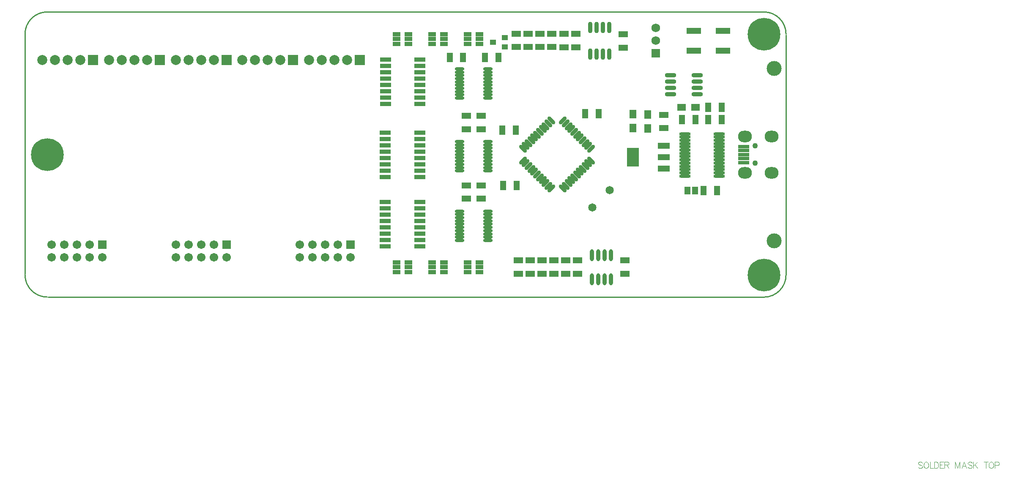
<source format=gts>
%FSLAX24Y24*%
%MOIN*%
G70*
G01*
G75*
G04 Layer_Color=8388736*
%ADD10R,0.0790X0.0250*%
%ADD11R,0.0374X0.0354*%
%ADD12R,0.0669X0.0433*%
%ADD13R,0.1102X0.0394*%
%ADD14R,0.0600X0.0500*%
%ADD15O,0.0276X0.0827*%
%ADD16R,0.0433X0.0669*%
%ADD17O,0.0236X0.0866*%
%ADD18R,0.0512X0.0276*%
%ADD19R,0.0500X0.0600*%
%ADD20O,0.0827X0.0276*%
%ADD21O,0.0827X0.0157*%
%ADD22R,0.0433X0.0551*%
%ADD23R,0.0846X0.1378*%
%ADD24R,0.0846X0.0433*%
%ADD25R,0.0846X0.0433*%
G04:AMPARAMS|DCode=26|XSize=21.7mil|YSize=68.9mil|CornerRadius=0mil|HoleSize=0mil|Usage=FLASHONLY|Rotation=315.000|XOffset=0mil|YOffset=0mil|HoleType=Round|Shape=Round|*
%AMOVALD26*
21,1,0.0472,0.0217,0.0000,0.0000,45.0*
1,1,0.0217,-0.0167,-0.0167*
1,1,0.0217,0.0167,0.0167*
%
%ADD26OVALD26*%

G04:AMPARAMS|DCode=27|XSize=21.7mil|YSize=68.9mil|CornerRadius=0mil|HoleSize=0mil|Usage=FLASHONLY|Rotation=45.000|XOffset=0mil|YOffset=0mil|HoleType=Round|Shape=Round|*
%AMOVALD27*
21,1,0.0472,0.0217,0.0000,0.0000,135.0*
1,1,0.0217,0.0167,-0.0167*
1,1,0.0217,-0.0167,0.0167*
%
%ADD27OVALD27*%

%ADD28C,0.0591*%
%ADD29O,0.0669X0.0157*%
%ADD30R,0.0787X0.0197*%
%ADD31C,0.0140*%
%ADD32C,0.0250*%
%ADD33C,0.0200*%
%ADD34C,0.0180*%
%ADD35C,0.0049*%
%ADD36R,0.0940X0.1274*%
%ADD37R,0.0220X0.0386*%
%ADD38C,0.0100*%
%ADD39C,0.0079*%
%ADD40C,0.0600*%
%ADD41R,0.0600X0.0600*%
%ADD42C,0.0571*%
%ADD43C,0.0709*%
%ADD44R,0.0709X0.0709*%
%ADD45R,0.0591X0.0591*%
%ADD46C,0.2500*%
%ADD47C,0.0354*%
%ADD48O,0.1024X0.0827*%
%ADD49C,0.0260*%
%ADD50C,0.0098*%
%ADD51C,0.0010*%
%ADD52C,0.0080*%
%ADD53C,0.0039*%
%ADD54R,0.0870X0.0330*%
%ADD55R,0.0454X0.0434*%
%ADD56R,0.0749X0.0513*%
%ADD57R,0.1182X0.0474*%
%ADD58R,0.0680X0.0580*%
%ADD59O,0.0356X0.0907*%
%ADD60R,0.0513X0.0749*%
%ADD61O,0.0316X0.0946*%
%ADD62R,0.0592X0.0356*%
%ADD63R,0.0580X0.0680*%
%ADD64O,0.0907X0.0356*%
%ADD65O,0.0907X0.0237*%
%ADD66R,0.0513X0.0631*%
%ADD67R,0.0926X0.1458*%
%ADD68R,0.0926X0.0513*%
%ADD69R,0.0926X0.0513*%
G04:AMPARAMS|DCode=70|XSize=29.7mil|YSize=76.9mil|CornerRadius=0mil|HoleSize=0mil|Usage=FLASHONLY|Rotation=315.000|XOffset=0mil|YOffset=0mil|HoleType=Round|Shape=Round|*
%AMOVALD70*
21,1,0.0472,0.0297,0.0000,0.0000,45.0*
1,1,0.0297,-0.0167,-0.0167*
1,1,0.0297,0.0167,0.0167*
%
%ADD70OVALD70*%

G04:AMPARAMS|DCode=71|XSize=29.7mil|YSize=76.9mil|CornerRadius=0mil|HoleSize=0mil|Usage=FLASHONLY|Rotation=45.000|XOffset=0mil|YOffset=0mil|HoleType=Round|Shape=Round|*
%AMOVALD71*
21,1,0.0472,0.0297,0.0000,0.0000,135.0*
1,1,0.0297,0.0167,-0.0167*
1,1,0.0297,-0.0167,0.0167*
%
%ADD71OVALD71*%

%ADD72C,0.1181*%
%ADD73O,0.0749X0.0237*%
%ADD74R,0.0867X0.0277*%
%ADD75C,0.0680*%
%ADD76R,0.0680X0.0680*%
%ADD77C,0.0651*%
%ADD78C,0.0789*%
%ADD79R,0.0789X0.0789*%
%ADD80C,0.0671*%
%ADD81R,0.0671X0.0671*%
%ADD82C,0.2580*%
%ADD83C,0.0434*%
%ADD84O,0.1104X0.0907*%
D35*
X70748Y-13077D02*
X70702Y-13030D01*
X70631Y-13007D01*
X70538D01*
X70467Y-13030D01*
X70420Y-13077D01*
Y-13124D01*
X70444Y-13171D01*
X70467Y-13194D01*
X70514Y-13217D01*
X70655Y-13264D01*
X70702Y-13288D01*
X70725Y-13311D01*
X70748Y-13358D01*
Y-13428D01*
X70702Y-13475D01*
X70631Y-13499D01*
X70538D01*
X70467Y-13475D01*
X70420Y-13428D01*
X70999Y-13007D02*
X70952Y-13030D01*
X70905Y-13077D01*
X70882Y-13124D01*
X70859Y-13194D01*
Y-13311D01*
X70882Y-13381D01*
X70905Y-13428D01*
X70952Y-13475D01*
X70999Y-13499D01*
X71093D01*
X71140Y-13475D01*
X71187Y-13428D01*
X71210Y-13381D01*
X71233Y-13311D01*
Y-13194D01*
X71210Y-13124D01*
X71187Y-13077D01*
X71140Y-13030D01*
X71093Y-13007D01*
X70999D01*
X71348D02*
Y-13499D01*
X71629D01*
X71683Y-13007D02*
Y-13499D01*
Y-13007D02*
X71847D01*
X71918Y-13030D01*
X71964Y-13077D01*
X71988Y-13124D01*
X72011Y-13194D01*
Y-13311D01*
X71988Y-13381D01*
X71964Y-13428D01*
X71918Y-13475D01*
X71847Y-13499D01*
X71683D01*
X72426Y-13007D02*
X72121D01*
Y-13499D01*
X72426D01*
X72121Y-13241D02*
X72309D01*
X72508Y-13007D02*
Y-13499D01*
Y-13007D02*
X72719D01*
X72789Y-13030D01*
X72813Y-13053D01*
X72836Y-13100D01*
Y-13147D01*
X72813Y-13194D01*
X72789Y-13217D01*
X72719Y-13241D01*
X72508D01*
X72672D02*
X72836Y-13499D01*
X73333Y-13007D02*
Y-13499D01*
Y-13007D02*
X73520Y-13499D01*
X73708Y-13007D02*
X73520Y-13499D01*
X73708Y-13007D02*
Y-13499D01*
X74223D02*
X74036Y-13007D01*
X73848Y-13499D01*
X73918Y-13335D02*
X74153D01*
X74666Y-13077D02*
X74619Y-13030D01*
X74549Y-13007D01*
X74455D01*
X74385Y-13030D01*
X74338Y-13077D01*
Y-13124D01*
X74361Y-13171D01*
X74385Y-13194D01*
X74432Y-13217D01*
X74572Y-13264D01*
X74619Y-13288D01*
X74642Y-13311D01*
X74666Y-13358D01*
Y-13428D01*
X74619Y-13475D01*
X74549Y-13499D01*
X74455D01*
X74385Y-13475D01*
X74338Y-13428D01*
X74776Y-13007D02*
Y-13499D01*
X75104Y-13007D02*
X74776Y-13335D01*
X74893Y-13217D02*
X75104Y-13499D01*
X75765Y-13007D02*
Y-13499D01*
X75601Y-13007D02*
X75929D01*
X76128D02*
X76081Y-13030D01*
X76034Y-13077D01*
X76011Y-13124D01*
X75987Y-13194D01*
Y-13311D01*
X76011Y-13381D01*
X76034Y-13428D01*
X76081Y-13475D01*
X76128Y-13499D01*
X76222D01*
X76268Y-13475D01*
X76315Y-13428D01*
X76339Y-13381D01*
X76362Y-13311D01*
Y-13194D01*
X76339Y-13124D01*
X76315Y-13077D01*
X76268Y-13030D01*
X76222Y-13007D01*
X76128D01*
X76477Y-13264D02*
X76688D01*
X76758Y-13241D01*
X76782Y-13217D01*
X76805Y-13171D01*
Y-13100D01*
X76782Y-13053D01*
X76758Y-13030D01*
X76688Y-13007D01*
X76477D01*
Y-13499D01*
D38*
X60000Y20750D02*
G03*
X58250Y22500I-1750J0D01*
G01*
Y0D02*
G03*
X60000Y1750I0J1750D01*
G01*
X1750Y22500D02*
G03*
X0Y20750I0J-1750D01*
G01*
Y1760D02*
G03*
X1750Y10I1750J0D01*
G01*
X0Y1830D02*
Y20840D01*
X1830Y0D02*
X58250D01*
X1660Y22500D02*
X58190D01*
X60000Y1750D02*
Y20690D01*
D54*
X31127Y5500D02*
D03*
X28410Y4000D02*
D03*
Y5000D02*
D03*
Y6000D02*
D03*
Y7000D02*
D03*
Y7500D02*
D03*
X31127Y6500D02*
D03*
Y4500D02*
D03*
Y7500D02*
D03*
Y7000D02*
D03*
Y6000D02*
D03*
Y5000D02*
D03*
Y4000D02*
D03*
X28410Y6500D02*
D03*
Y5500D02*
D03*
Y4500D02*
D03*
X31127Y10990D02*
D03*
X28410Y9490D02*
D03*
Y10490D02*
D03*
Y11490D02*
D03*
Y12490D02*
D03*
Y12990D02*
D03*
X31127Y11990D02*
D03*
Y9990D02*
D03*
Y12990D02*
D03*
Y12490D02*
D03*
Y11490D02*
D03*
Y10490D02*
D03*
Y9490D02*
D03*
X28410Y11990D02*
D03*
Y10990D02*
D03*
Y9990D02*
D03*
X31130Y16730D02*
D03*
X28413Y15230D02*
D03*
Y16230D02*
D03*
Y17230D02*
D03*
Y18230D02*
D03*
Y18730D02*
D03*
X31130Y17730D02*
D03*
Y15730D02*
D03*
Y18730D02*
D03*
Y18230D02*
D03*
Y17230D02*
D03*
Y16230D02*
D03*
Y15230D02*
D03*
X28413Y17730D02*
D03*
Y16730D02*
D03*
Y15730D02*
D03*
D55*
X36907Y20100D02*
D03*
X37833Y20474D02*
D03*
Y19726D02*
D03*
D56*
X38720Y20791D02*
D03*
Y19729D02*
D03*
X39660D02*
D03*
Y20791D02*
D03*
X47300Y2901D02*
D03*
X47300Y1839D02*
D03*
X38900D02*
D03*
Y2901D02*
D03*
X39830Y1839D02*
D03*
X39830Y2901D02*
D03*
X40750Y1839D02*
D03*
Y2901D02*
D03*
X41680Y1839D02*
D03*
X41680Y2901D02*
D03*
X42620Y2901D02*
D03*
Y1839D02*
D03*
X43560D02*
D03*
Y2901D02*
D03*
X34780Y8821D02*
D03*
Y7759D02*
D03*
X35950Y8821D02*
D03*
Y7759D02*
D03*
X34780Y14311D02*
D03*
Y13249D02*
D03*
X35950Y14313D02*
D03*
Y13250D02*
D03*
X50370Y14391D02*
D03*
X50370Y13328D02*
D03*
X41540Y20791D02*
D03*
X41540Y19729D02*
D03*
X40600Y20791D02*
D03*
Y19728D02*
D03*
X43430Y20781D02*
D03*
Y19719D02*
D03*
X42480Y20782D02*
D03*
X42480Y19719D02*
D03*
X47170Y20751D02*
D03*
Y19689D02*
D03*
D57*
X52730Y19430D02*
D03*
X52730Y21005D02*
D03*
X55013Y21005D02*
D03*
Y19430D02*
D03*
D58*
X51770Y14980D02*
D03*
X52870Y14980D02*
D03*
D59*
X46050Y21273D02*
D03*
X45550D02*
D03*
X45050D02*
D03*
X44550D02*
D03*
X46050Y19187D02*
D03*
X45550D02*
D03*
X45050D02*
D03*
X44550D02*
D03*
D60*
X54921Y14010D02*
D03*
X53858Y14010D02*
D03*
X37321Y18910D02*
D03*
X36259D02*
D03*
X33479D02*
D03*
X34541D02*
D03*
X51809Y14010D02*
D03*
X52871D02*
D03*
X54920Y14990D02*
D03*
X53857Y14990D02*
D03*
X54561Y8400D02*
D03*
X53499D02*
D03*
X37619Y13170D02*
D03*
X38681D02*
D03*
X37699Y8820D02*
D03*
X38761D02*
D03*
X45212Y14470D02*
D03*
X44149D02*
D03*
D61*
X46180Y3305D02*
D03*
X45680Y3305D02*
D03*
X45180D02*
D03*
X44680Y3305D02*
D03*
X46180Y1415D02*
D03*
X45680D02*
D03*
X45180Y1415D02*
D03*
X44680Y1415D02*
D03*
D62*
X32098Y2754D02*
D03*
X32098Y2360D02*
D03*
X32098Y1966D02*
D03*
X33043D02*
D03*
Y2360D02*
D03*
Y2754D02*
D03*
X34898D02*
D03*
X34898Y2360D02*
D03*
X34898Y1966D02*
D03*
X35842D02*
D03*
Y2360D02*
D03*
Y2754D02*
D03*
X29298D02*
D03*
Y2360D02*
D03*
Y1966D02*
D03*
X30242D02*
D03*
Y2360D02*
D03*
Y2754D02*
D03*
X29298Y20754D02*
D03*
Y20360D02*
D03*
Y19966D02*
D03*
X30242D02*
D03*
Y20360D02*
D03*
Y20754D02*
D03*
X34898D02*
D03*
Y20360D02*
D03*
Y19966D02*
D03*
X35842D02*
D03*
Y20360D02*
D03*
Y20754D02*
D03*
X32098D02*
D03*
Y20360D02*
D03*
Y19966D02*
D03*
X33043D02*
D03*
Y20360D02*
D03*
Y20754D02*
D03*
D63*
X49090Y14420D02*
D03*
Y13320D02*
D03*
X47920Y14430D02*
D03*
X47920Y13330D02*
D03*
D64*
X50897Y17520D02*
D03*
X50897Y17020D02*
D03*
Y16520D02*
D03*
X50897Y16020D02*
D03*
X52983Y17520D02*
D03*
Y17020D02*
D03*
Y16520D02*
D03*
Y16020D02*
D03*
D65*
X54728Y9557D02*
D03*
Y9813D02*
D03*
X54728Y10068D02*
D03*
X54728Y10324D02*
D03*
X54728Y10580D02*
D03*
X54728Y10836D02*
D03*
X54728Y11092D02*
D03*
X54728Y11348D02*
D03*
Y11604D02*
D03*
Y11860D02*
D03*
Y12116D02*
D03*
Y12372D02*
D03*
Y12627D02*
D03*
X54728Y12883D02*
D03*
X52012Y9557D02*
D03*
X52012Y9813D02*
D03*
X52012Y10068D02*
D03*
X52012Y10324D02*
D03*
X52012Y10580D02*
D03*
X52012Y10836D02*
D03*
Y11092D02*
D03*
Y11348D02*
D03*
Y11604D02*
D03*
Y11860D02*
D03*
Y12116D02*
D03*
Y12372D02*
D03*
Y12627D02*
D03*
X52012Y12883D02*
D03*
D66*
X52815Y8410D02*
D03*
X52225D02*
D03*
D67*
X47920Y11050D02*
D03*
D68*
X50360Y11956D02*
D03*
Y10144D02*
D03*
D69*
Y11050D02*
D03*
D70*
X42399Y13936D02*
D03*
X42622Y13714D02*
D03*
X42845Y13491D02*
D03*
X43067Y13268D02*
D03*
X43290Y13046D02*
D03*
X43513Y12823D02*
D03*
X43736Y12600D02*
D03*
X43958Y12377D02*
D03*
X44181Y12155D02*
D03*
X44404Y11932D02*
D03*
X44626Y11709D02*
D03*
X41481Y8564D02*
D03*
X41258Y8786D02*
D03*
X41035Y9009D02*
D03*
X40813Y9232D02*
D03*
X40590Y9454D02*
D03*
X40367Y9677D02*
D03*
X40144Y9900D02*
D03*
X39922Y10123D02*
D03*
X39699Y10345D02*
D03*
X39476Y10568D02*
D03*
X39254Y10791D02*
D03*
D71*
X44626Y10791D02*
D03*
X44404Y10568D02*
D03*
X44181Y10345D02*
D03*
X43958Y10123D02*
D03*
X43736Y9900D02*
D03*
X43513Y9677D02*
D03*
X43290Y9454D02*
D03*
X43067Y9232D02*
D03*
X42845Y9009D02*
D03*
X42622Y8786D02*
D03*
X42399Y8564D02*
D03*
X39254Y11709D02*
D03*
X39476Y11932D02*
D03*
X39699Y12155D02*
D03*
X39922Y12377D02*
D03*
X40144Y12600D02*
D03*
X40367Y12823D02*
D03*
X40590Y13046D02*
D03*
X40813Y13268D02*
D03*
X41035Y13491D02*
D03*
X41258Y13714D02*
D03*
X41481Y13936D02*
D03*
D72*
X59050Y18050D02*
D03*
Y4450D02*
D03*
D73*
X36492Y15708D02*
D03*
Y15964D02*
D03*
Y16220D02*
D03*
Y16476D02*
D03*
Y16732D02*
D03*
Y16988D02*
D03*
Y17244D02*
D03*
Y17500D02*
D03*
Y17756D02*
D03*
Y18012D02*
D03*
X34248Y15708D02*
D03*
Y15964D02*
D03*
Y16220D02*
D03*
Y16476D02*
D03*
Y16732D02*
D03*
Y16988D02*
D03*
Y17244D02*
D03*
Y17500D02*
D03*
Y17756D02*
D03*
Y18012D02*
D03*
X36492Y9968D02*
D03*
Y10224D02*
D03*
Y10480D02*
D03*
Y10736D02*
D03*
Y10992D02*
D03*
Y11248D02*
D03*
Y11504D02*
D03*
Y11760D02*
D03*
Y12016D02*
D03*
Y12272D02*
D03*
X34248Y9968D02*
D03*
Y10224D02*
D03*
Y10480D02*
D03*
Y10736D02*
D03*
Y10992D02*
D03*
Y11248D02*
D03*
Y11504D02*
D03*
Y11760D02*
D03*
Y12016D02*
D03*
Y12272D02*
D03*
X36492Y4478D02*
D03*
Y4734D02*
D03*
Y4990D02*
D03*
Y5246D02*
D03*
Y5502D02*
D03*
Y5758D02*
D03*
Y6014D02*
D03*
Y6270D02*
D03*
Y6526D02*
D03*
Y6782D02*
D03*
X34248Y4478D02*
D03*
Y4734D02*
D03*
Y4990D02*
D03*
Y5246D02*
D03*
Y5502D02*
D03*
Y5758D02*
D03*
Y6014D02*
D03*
Y6270D02*
D03*
Y6526D02*
D03*
Y6782D02*
D03*
D74*
X56674Y10620D02*
D03*
Y10935D02*
D03*
Y11250D02*
D03*
Y11565D02*
D03*
Y11880D02*
D03*
D75*
X49740Y21230D02*
D03*
Y20230D02*
D03*
D76*
Y19230D02*
D03*
D77*
X46099Y8449D02*
D03*
X44741Y7091D02*
D03*
D78*
X22400Y18700D02*
D03*
X23400D02*
D03*
X24400D02*
D03*
X25400D02*
D03*
X17140D02*
D03*
X18140D02*
D03*
X19140D02*
D03*
X20140D02*
D03*
X11880D02*
D03*
X12880D02*
D03*
X13880D02*
D03*
X14880D02*
D03*
X6620D02*
D03*
X7620D02*
D03*
X8620D02*
D03*
X9620D02*
D03*
X1360D02*
D03*
X2360D02*
D03*
X3360D02*
D03*
X4360D02*
D03*
D79*
X26400D02*
D03*
X21140D02*
D03*
X15880D02*
D03*
X10620D02*
D03*
X5360D02*
D03*
D80*
X21660Y3140D02*
D03*
Y4140D02*
D03*
X22660Y3140D02*
D03*
Y4140D02*
D03*
X23660Y3140D02*
D03*
Y4140D02*
D03*
X24660Y3140D02*
D03*
Y4140D02*
D03*
X25660Y3140D02*
D03*
X15880D02*
D03*
X14880Y4140D02*
D03*
Y3140D02*
D03*
X13880Y4140D02*
D03*
Y3140D02*
D03*
X12880Y4140D02*
D03*
Y3140D02*
D03*
X11880Y4140D02*
D03*
Y3140D02*
D03*
X2110D02*
D03*
Y4140D02*
D03*
X3110Y3140D02*
D03*
Y4140D02*
D03*
X4110Y3140D02*
D03*
Y4140D02*
D03*
X5110Y3140D02*
D03*
Y4140D02*
D03*
X6110Y3140D02*
D03*
D81*
X25660Y4140D02*
D03*
X15880D02*
D03*
X6110D02*
D03*
D82*
X58250Y20750D02*
D03*
Y1750D02*
D03*
X1750Y11250D02*
D03*
D83*
X57560Y11939D02*
D03*
Y10561D02*
D03*
D84*
X58859Y12667D02*
D03*
X56773D02*
D03*
Y9793D02*
D03*
X58859D02*
D03*
M02*

</source>
